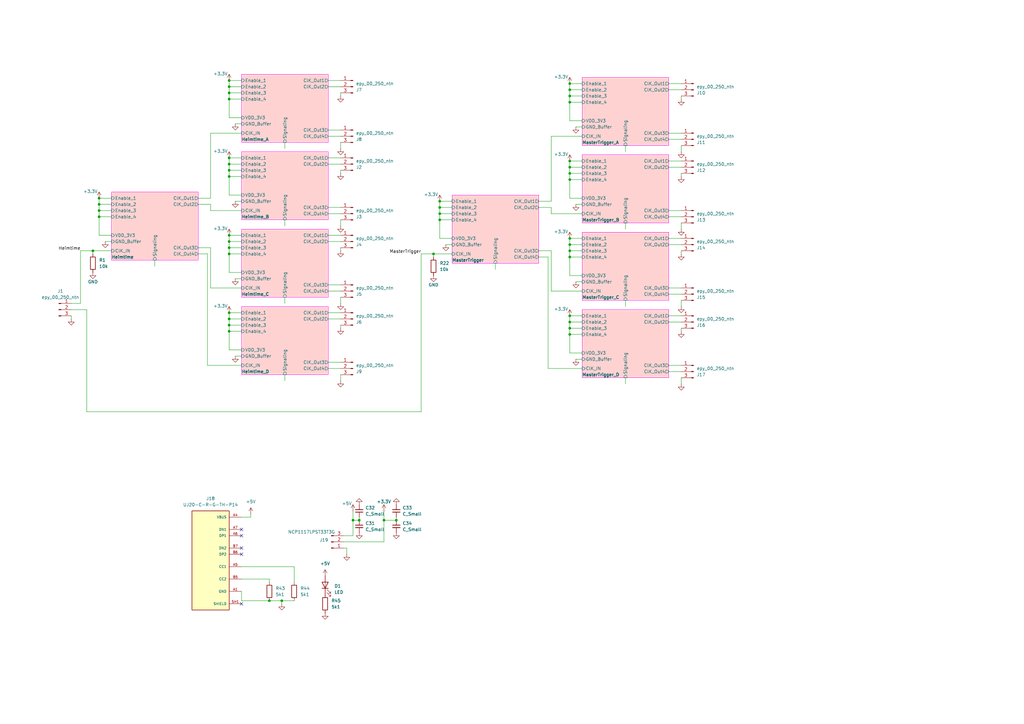
<source format=kicad_sch>
(kicad_sch (version 20250114) (generator "eeschema") (generator_version "9.0")
  (paper "A3")
  (title_block (title "16 Channels Clock Buffer") (date "2025-01-07") (rev "REV 0") (company "TU Darmstadt") (comment 1 "Author: Dr. Alexandru Enciu"))
  (lib_symbols
    (symbol "0_lib:UJ20-C-R-G-TH-P14" (pin_names (offset 1.016))
      (property "Reference" "J" (at -7.62 21.082 0))
      (property "Value" "UJ20-C-R-G-TH-P14" (at -7.62 -21.082 0))
      (symbol "UJ20-C-R-G-TH-P14_0_0"
        (rectangle (start -7.62 -20.32) (end 7.62 20.32) (stroke (width 0.254)) (fill (type background)))
        (pin power_in line (at 12.7 17.78 180) (length 5.08) (name "VBUS") (number "A4"))
        (pin power_in line (at 12.7 17.78 180) (length 5.08) (hide yes) (name "VBUS") (number "A9"))
        (pin power_in line (at 12.7 17.78 180) (length 5.08) (hide yes) (name "VBUS") (number "B4"))
        (pin power_in line (at 12.7 17.78 180) (length 5.08) (hide yes) (name "VBUS") (number "B9"))
        (pin passive line (at 12.7 12.7 180) (length 5.08) (name "DN1") (number "A7"))
        (pin passive line (at 12.7 10.16 180) (length 5.08) (name "DP1") (number "A6"))
        (pin passive line (at 12.7 5.08 180) (length 5.08) (name "DN2") (number "B7"))
        (pin passive line (at 12.7 2.54 180) (length 5.08) (name "DP2") (number "B6"))
        (pin passive line (at 12.7 -2.54 180) (length 5.08) (name "CC1") (number "A5"))
        (pin passive line (at 12.7 -7.62 180) (length 5.08) (name "CC2") (number "B5"))
        (pin power_in line (at 12.7 -12.7 180) (length 5.08) (name "GND") (number "A1"))
        (pin power_in line (at 12.7 -12.7 180) (length 5.08) (hide yes) (name "GND") (number "A12"))
        (pin power_in line (at 12.7 -12.7 180) (length 5.08) (hide yes) (name "GND") (number "B1"))
        (pin power_in line (at 12.7 -12.7 180) (length 5.08) (hide yes) (name "GND") (number "B12"))
        (pin passive line (at 12.7 -17.78 180) (length 5.08) (name "SHIELD") (number "SH1"))
        (pin passive line (at 12.7 -17.78 180) (length 5.08) (hide yes) (name "SHIELD") (number "SH2"))
        (pin passive line (at 12.7 -17.78 180) (length 5.08) (hide yes) (name "SHIELD") (number "SH3"))
        (pin passive line (at 12.7 -17.78 180) (length 5.08) (hide yes) (name "SHIELD") (number "SH4"))
      )
    )
    (symbol "Connector:Conn_01x03_Pin" (pin_names (offset 1.016) (hide yes))
      (property "Reference" "J" (at 0 5.08 0))
      (property "Value" "Conn_01x03_Pin" (at 0 -5.08 0))
      (symbol "Conn_01x03_Pin_1_1"
        (rectangle (start 0.8636 2.667) (end 0 2.413) (stroke (width 0.1524)) (fill (type outline)))
        (rectangle (start 0.8636 0.127) (end 0 -0.127) (stroke (width 0.1524)) (fill (type outline)))
        (rectangle (start 0.8636 -2.413) (end 0 -2.667) (stroke (width 0.1524)) (fill (type outline)))
        (polyline (pts (xy 1.27 2.54) (xy 0.8636 2.54)) (stroke (width 0.1524)))
        (polyline (pts (xy 1.27 0) (xy 0.8636 0)) (stroke (width 0.1524)))
        (polyline (pts (xy 1.27 -2.54) (xy 0.8636 -2.54)) (stroke (width 0.1524)))
        (pin passive line (at 5.08 2.54 180) (length 3.81) (name "Pin_1") (number "1"))
        (pin passive line (at 5.08 0 180) (length 3.81) (name "Pin_2") (number "2"))
        (pin passive line (at 5.08 -2.54 180) (length 3.81) (name "Pin_3") (number "3"))
      )
    )
    (symbol "Device:C_Small" (pin_numbers (hide yes)) (pin_names (offset 0.254) (hide yes))
      (property "Reference" "C" (at 0.254 1.778 0))
      (property "Value" "C_Small" (at 0.254 -2.032 0))
      (symbol "C_Small_0_1"
        (polyline (pts (xy -1.524 0.508) (xy 1.524 0.508)) (stroke (width 0.3048)))
        (polyline (pts (xy -1.524 -0.508) (xy 1.524 -0.508)) (stroke (width 0.3302)))
      )
      (symbol "C_Small_1_1"
        (pin passive line (at 0 2.54 270) (length 2.032) (name "~") (number "1"))
        (pin passive line (at 0 -2.54 90) (length 2.032) (name "~") (number "2"))
      )
    )
    (symbol "Device:LED" (pin_numbers (hide yes)) (pin_names (offset 1.016) (hide yes))
      (property "Reference" "D" (at 0 2.54 0))
      (property "Value" "LED" (at 0 -2.54 0))
      (symbol "LED_0_1"
        (polyline (pts (xy -3.048 -0.762) (xy -4.572 -2.286) (xy -3.81 -2.286) (xy -4.572 -2.286) (xy -4.572 -1.524)))
        (polyline (pts (xy -1.778 -0.762) (xy -3.302 -2.286) (xy -2.54 -2.286) (xy -3.302 -2.286) (xy -3.302 -1.524)))
        (polyline (pts (xy -1.27 0) (xy 1.27 0)))
        (polyline (pts (xy -1.27 -1.27) (xy -1.27 1.27)) (stroke (width 0.254)))
        (polyline (pts (xy 1.27 -1.27) (xy 1.27 1.27) (xy -1.27 0) (xy 1.27 -1.27)) (stroke (width 0.254)))
      )
      (symbol "LED_1_1"
        (pin passive line (at -3.81 0 0) (length 2.54) (name "K") (number "1"))
        (pin passive line (at 3.81 0 180) (length 2.54) (name "A") (number "2"))
      )
    )
    (symbol "Device:R" (pin_numbers (hide yes)) (pin_names (offset 0))
      (property "Reference" "R" (at 2.032 0 90))
      (property "Value" "R" (at 0 0 90))
      (symbol "R_0_1"
        (rectangle (start -1.016 -2.54) (end 1.016 2.54) (stroke (width 0.254)))
      )
      (symbol "R_1_1"
        (pin passive line (at 0 3.81 270) (length 1.27) (name "~") (number "1"))
        (pin passive line (at 0 -3.81 90) (length 1.27) (name "~") (number "2"))
      )
    )
    (symbol "power:+3.3V" (power) (pin_numbers (hide yes)) (pin_names (offset 0) (hide yes))
      (property "Value" "+3.3V" (at 0 3.556 0))
      (symbol "+3.3V_0_1"
        (polyline (pts (xy -0.762 1.27) (xy 0 2.54)))
        (polyline (pts (xy 0 2.54) (xy 0.762 1.27)))
        (polyline (pts (xy 0 0) (xy 0 2.54)))
      )
      (symbol "+3.3V_1_1"
        (pin power_in line (at 0 0 90) (length 0) (name "~") (number "1"))
      )
    )
    (symbol "power:+5V" (power) (pin_numbers (hide yes)) (pin_names (offset 0) (hide yes))
      (property "Value" "+5V" (at 0 3.556 0))
      (symbol "+5V_0_1"
        (polyline (pts (xy -0.762 1.27) (xy 0 2.54)))
        (polyline (pts (xy 0 2.54) (xy 0.762 1.27)))
        (polyline (pts (xy 0 0) (xy 0 2.54)))
      )
      (symbol "+5V_1_1"
        (pin power_in line (at 0 0 90) (length 0) (name "~") (number "1"))
      )
    )
    (symbol "power:GND" (power) (pin_numbers (hide yes)) (pin_names (offset 0) (hide yes))
      (property "Value" "GND" (at 0 -3.81 0))
      (symbol "GND_0_1"
        (polyline (pts (xy 0 0) (xy 0 -1.27) (xy 1.27 -1.27) (xy 0 -2.54) (xy -1.27 -1.27) (xy 0 -1.27)))
      )
      (symbol "GND_1_1"
        (pin power_in line (at 0 0 270) (length 0) (name "~") (number "1"))
      )
    )
  )
  (junction (at 180.34 87.63))
  (junction (at 93.98 96.52))
  (junction (at 93.98 99.06))
  (junction (at 162.56 213.36))
  (junction (at 93.98 35.56))
  (junction (at 40.64 88.9))
  (junction (at 93.98 130.81))
  (junction (at 233.68 71.12))
  (junction (at 93.98 69.85))
  (junction (at 233.68 68.58))
  (junction (at 40.64 83.82))
  (junction (at 144.78 213.36))
  (junction (at 233.68 129.54))
  (junction (at 233.68 105.41))
  (junction (at 93.98 104.14))
  (junction (at 233.68 102.87))
  (junction (at 180.34 90.17))
  (junction (at 233.68 36.83))
  (junction (at 233.68 134.62))
  (junction (at 233.68 34.29))
  (junction (at 233.68 39.37))
  (junction (at 93.98 101.6))
  (junction (at 233.68 100.33))
  (junction (at 40.64 86.36))
  (junction (at 115.57 246.38))
  (junction (at 233.68 41.91))
  (junction (at 233.68 97.79))
  (junction (at 93.98 128.27))
  (junction (at 93.98 72.39))
  (junction (at 93.98 40.64))
  (junction (at 40.64 81.28))
  (junction (at 38.1 102.87))
  (junction (at 93.98 67.31))
  (junction (at 233.68 132.08))
  (junction (at 233.68 66.04))
  (junction (at 93.98 133.35))
  (junction (at 177.8 104.14))
  (junction (at 93.98 38.1))
  (junction (at 110.49 246.38))
  (junction (at 93.98 64.77))
  (junction (at 93.98 135.89))
  (junction (at 93.98 33.02))
  (junction (at 180.34 85.09))
  (junction (at 147.32 213.36))
  (junction (at 233.68 137.16))
  (junction (at 180.34 82.55))
  (junction (at 233.68 73.66))
  (junction (at 157.48 213.36))
  (no_connect (at 99.06 247.65))
  (no_connect (at 99.06 217.17))
  (no_connect (at 99.06 219.71))
  (no_connect (at 99.06 227.33))
  (no_connect (at 99.06 224.79))
  (wire (pts (xy 96.52 146.05) (xy 99.06 146.05)))
  (wire (pts (xy 233.68 97.79) (xy 233.68 100.33)))
  (wire (pts (xy 85.09 149.86) (xy 99.06 149.86)))
  (wire (pts (xy 86.36 81.28) (xy 86.36 54.61)))
  (wire (pts (xy 99.06 246.38) (xy 110.49 246.38)))
  (wire (pts (xy 116.84 90.17) (xy 116.84 92.71)))
  (wire (pts (xy 233.68 137.16) (xy 233.68 144.78)))
  (wire (pts (xy 99.06 242.57) (xy 99.06 246.38)))
  (wire (pts (xy 233.68 41.91) (xy 233.68 49.53)))
  (wire (pts (xy 233.68 102.87) (xy 233.68 105.41)))
  (wire (pts (xy 45.72 81.28) (xy 40.64 81.28)))
  (wire (pts (xy 99.06 38.1) (xy 93.98 38.1)))
  (wire (pts (xy 142.24 224.79) (xy 140.97 224.79)))
  (wire (pts (xy 224.79 151.13) (xy 238.76 151.13)))
  (wire (pts (xy 93.98 38.1) (xy 93.98 40.64)))
  (wire (pts (xy 233.68 39.37) (xy 233.68 41.91)))
  (wire (pts (xy 238.76 102.87) (xy 233.68 102.87)))
  (wire (pts (xy 172.72 104.14) (xy 177.8 104.14)))
  (wire (pts (xy 99.06 130.81) (xy 93.98 130.81)))
  (wire (pts (xy 144.78 209.55) (xy 144.78 213.36)))
  (wire (pts (xy 120.65 232.41) (xy 120.65 238.76)))
  (wire (pts (xy 238.76 97.79) (xy 233.68 97.79)))
  (wire (pts (xy 233.68 73.66) (xy 233.68 81.28)))
  (wire (pts (xy 116.84 58.42) (xy 116.84 60.96)))
  (wire (pts (xy 99.06 72.39) (xy 93.98 72.39)))
  (wire (pts (xy 93.98 40.64) (xy 93.98 48.26)))
  (wire (pts (xy 96.52 114.3) (xy 99.06 114.3)))
  (wire (pts (xy 33.02 102.87) (xy 38.1 102.87)))
  (wire (pts (xy 238.76 34.29) (xy 233.68 34.29)))
  (wire (pts (xy 115.57 246.38) (xy 120.65 246.38)))
  (wire (pts (xy 93.98 35.56) (xy 93.98 38.1)))
  (wire (pts (xy 279.4 102.87) (xy 279.4 104.14)))
  (wire (pts (xy 45.72 83.82) (xy 40.64 83.82)))
  (wire (pts (xy 134.62 64.77) (xy 139.7 64.77)))
  (wire (pts (xy 93.98 101.6) (xy 93.98 104.14)))
  (wire (pts (xy 274.32 129.54) (xy 279.4 129.54)))
  (wire (pts (xy 81.28 81.28) (xy 86.36 81.28)))
  (wire (pts (xy 134.62 55.88) (xy 139.7 55.88)))
  (wire (pts (xy 99.06 212.09) (xy 102.87 212.09)))
  (wire (pts (xy 185.42 82.55) (xy 180.34 82.55)))
  (wire (pts (xy 256.54 91.44) (xy 256.54 93.98)))
  (wire (pts (xy 93.98 111.76) (xy 99.06 111.76)))
  (wire (pts (xy 35.56 127) (xy 35.56 168.91)))
  (wire (pts (xy 115.57 246.38) (xy 115.57 247.65)))
  (wire (pts (xy 233.68 134.62) (xy 233.68 137.16)))
  (wire (pts (xy 279.4 59.69) (xy 279.4 62.23)))
  (wire (pts (xy 182.88 100.33) (xy 185.42 100.33)))
  (wire (pts (xy 157.48 213.36) (xy 162.56 213.36)))
  (wire (pts (xy 29.21 124.46) (xy 33.02 124.46)))
  (wire (pts (xy 236.22 52.07) (xy 238.76 52.07)))
  (wire (pts (xy 45.72 88.9) (xy 40.64 88.9)))
  (wire (pts (xy 33.02 124.46) (xy 33.02 102.87)))
  (wire (pts (xy 233.68 129.54) (xy 233.68 132.08)))
  (wire (pts (xy 220.98 105.41) (xy 224.79 105.41)))
  (wire (pts (xy 185.42 90.17) (xy 180.34 90.17)))
  (wire (pts (xy 238.76 137.16) (xy 233.68 137.16)))
  (wire (pts (xy 139.7 101.6) (xy 139.7 102.87)))
  (wire (pts (xy 140.97 222.25) (xy 157.48 222.25)))
  (wire (pts (xy 236.22 115.57) (xy 238.76 115.57)))
  (wire (pts (xy 93.98 135.89) (xy 93.98 143.51)))
  (wire (pts (xy 99.06 33.02) (xy 93.98 33.02)))
  (wire (pts (xy 99.06 133.35) (xy 93.98 133.35)))
  (wire (pts (xy 180.34 87.63) (xy 180.34 90.17)))
  (wire (pts (xy 185.42 87.63) (xy 180.34 87.63)))
  (wire (pts (xy 279.4 123.19) (xy 279.4 125.73)))
  (wire (pts (xy 93.98 67.31) (xy 93.98 69.85)))
  (wire (pts (xy 226.06 87.63) (xy 238.76 87.63)))
  (wire (pts (xy 220.98 82.55) (xy 226.06 82.55)))
  (wire (pts (xy 233.68 144.78) (xy 238.76 144.78)))
  (wire (pts (xy 274.32 68.58) (xy 279.4 68.58)))
  (wire (pts (xy 93.98 72.39) (xy 93.98 80.01)))
  (wire (pts (xy 274.32 57.15) (xy 279.4 57.15)))
  (wire (pts (xy 93.98 69.85) (xy 93.98 72.39)))
  (wire (pts (xy 180.34 90.17) (xy 180.34 97.79)))
  (wire (pts (xy 40.64 96.52) (xy 45.72 96.52)))
  (wire (pts (xy 226.06 55.88) (xy 238.76 55.88)))
  (wire (pts (xy 238.76 105.41) (xy 233.68 105.41)))
  (wire (pts (xy 86.36 118.11) (xy 99.06 118.11)))
  (wire (pts (xy 233.68 66.04) (xy 233.68 68.58)))
  (wire (pts (xy 86.36 86.36) (xy 99.06 86.36)))
  (wire (pts (xy 226.06 119.38) (xy 238.76 119.38)))
  (wire (pts (xy 134.62 53.34) (xy 139.7 53.34)))
  (wire (pts (xy 274.32 86.36) (xy 279.4 86.36)))
  (wire (pts (xy 81.28 104.14) (xy 85.09 104.14)))
  (wire (pts (xy 99.06 99.06) (xy 93.98 99.06)))
  (wire (pts (xy 274.32 100.33) (xy 279.4 100.33)))
  (wire (pts (xy 185.42 85.09) (xy 180.34 85.09)))
  (wire (pts (xy 139.7 58.42) (xy 139.7 60.96)))
  (wire (pts (xy 238.76 73.66) (xy 233.68 73.66)))
  (wire (pts (xy 236.22 83.82) (xy 238.76 83.82)))
  (wire (pts (xy 96.52 50.8) (xy 99.06 50.8)))
  (wire (pts (xy 226.06 85.09) (xy 226.06 87.63)))
  (wire (pts (xy 134.62 119.38) (xy 139.7 119.38)))
  (wire (pts (xy 233.68 132.08) (xy 233.68 134.62)))
  (wire (pts (xy 220.98 85.09) (xy 226.06 85.09)))
  (wire (pts (xy 86.36 83.82) (xy 86.36 86.36)))
  (wire (pts (xy 274.32 54.61) (xy 279.4 54.61)))
  (wire (pts (xy 40.64 86.36) (xy 40.64 88.9)))
  (wire (pts (xy 38.1 102.87) (xy 45.72 102.87)))
  (wire (pts (xy 238.76 71.12) (xy 233.68 71.12)))
  (wire (pts (xy 110.49 237.49) (xy 110.49 238.76)))
  (wire (pts (xy 43.18 99.06) (xy 45.72 99.06)))
  (wire (pts (xy 40.64 83.82) (xy 40.64 86.36)))
  (wire (pts (xy 99.06 101.6) (xy 93.98 101.6)))
  (wire (pts (xy 162.56 212.09) (xy 162.56 213.36)))
  (wire (pts (xy 256.54 123.19) (xy 256.54 125.73)))
  (wire (pts (xy 93.98 128.27) (xy 93.98 130.81)))
  (wire (pts (xy 93.98 80.01) (xy 99.06 80.01)))
  (wire (pts (xy 99.06 67.31) (xy 93.98 67.31)))
  (wire (pts (xy 238.76 66.04) (xy 233.68 66.04)))
  (wire (pts (xy 180.34 85.09) (xy 180.34 87.63)))
  (wire (pts (xy 86.36 101.6) (xy 86.36 118.11)))
  (wire (pts (xy 116.84 121.92) (xy 116.84 124.46)))
  (wire (pts (xy 279.4 134.62) (xy 279.4 135.89)))
  (wire (pts (xy 157.48 209.55) (xy 157.48 213.36)))
  (wire (pts (xy 35.56 168.91) (xy 172.72 168.91)))
  (wire (pts (xy 134.62 96.52) (xy 139.7 96.52)))
  (wire (pts (xy 274.32 97.79) (xy 279.4 97.79)))
  (wire (pts (xy 99.06 35.56) (xy 93.98 35.56)))
  (wire (pts (xy 93.98 104.14) (xy 93.98 111.76)))
  (wire (pts (xy 233.68 49.53) (xy 238.76 49.53)))
  (wire (pts (xy 233.68 81.28) (xy 238.76 81.28)))
  (wire (pts (xy 134.62 128.27) (xy 139.7 128.27)))
  (wire (pts (xy 134.62 85.09) (xy 139.7 85.09)))
  (wire (pts (xy 81.28 101.6) (xy 86.36 101.6)))
  (wire (pts (xy 140.97 219.71) (xy 144.78 219.71)))
  (wire (pts (xy 274.32 152.4) (xy 279.4 152.4)))
  (wire (pts (xy 274.32 36.83) (xy 279.4 36.83)))
  (wire (pts (xy 99.06 64.77) (xy 93.98 64.77)))
  (wire (pts (xy 177.8 104.14) (xy 177.8 105.41)))
  (wire (pts (xy 139.7 69.85) (xy 139.7 71.12)))
  (wire (pts (xy 279.4 91.44) (xy 279.4 93.98)))
  (wire (pts (xy 93.98 64.77) (xy 93.98 67.31)))
  (wire (pts (xy 274.32 120.65) (xy 279.4 120.65)))
  (wire (pts (xy 139.7 90.17) (xy 139.7 92.71)))
  (wire (pts (xy 139.7 133.35) (xy 139.7 134.62)))
  (wire (pts (xy 233.68 68.58) (xy 233.68 71.12)))
  (wire (pts (xy 134.62 99.06) (xy 139.7 99.06)))
  (wire (pts (xy 81.28 83.82) (xy 86.36 83.82)))
  (wire (pts (xy 274.32 118.11) (xy 279.4 118.11)))
  (wire (pts (xy 99.06 237.49) (xy 110.49 237.49)))
  (wire (pts (xy 134.62 151.13) (xy 139.7 151.13)))
  (wire (pts (xy 238.76 41.91) (xy 233.68 41.91)))
  (wire (pts (xy 63.5 106.68) (xy 63.5 109.22)))
  (wire (pts (xy 29.21 127) (xy 35.56 127)))
  (wire (pts (xy 134.62 116.84) (xy 139.7 116.84)))
  (wire (pts (xy 99.06 128.27) (xy 93.98 128.27)))
  (wire (pts (xy 29.21 129.54) (xy 29.21 130.81)))
  (wire (pts (xy 177.8 104.14) (xy 185.42 104.14)))
  (wire (pts (xy 86.36 54.61) (xy 99.06 54.61)))
  (wire (pts (xy 99.06 69.85) (xy 93.98 69.85)))
  (wire (pts (xy 85.09 104.14) (xy 85.09 149.86)))
  (wire (pts (xy 134.62 33.02) (xy 139.7 33.02)))
  (wire (pts (xy 93.98 143.51) (xy 99.06 143.51)))
  (wire (pts (xy 93.98 133.35) (xy 93.98 135.89)))
  (wire (pts (xy 142.24 224.79) (xy 142.24 227.33)))
  (wire (pts (xy 274.32 132.08) (xy 279.4 132.08)))
  (wire (pts (xy 144.78 213.36) (xy 144.78 219.71)))
  (wire (pts (xy 256.54 59.69) (xy 256.54 62.23)))
  (wire (pts (xy 40.64 81.28) (xy 40.64 83.82)))
  (wire (pts (xy 45.72 86.36) (xy 40.64 86.36)))
  (wire (pts (xy 233.68 34.29) (xy 233.68 36.83)))
  (wire (pts (xy 99.06 135.89) (xy 93.98 135.89)))
  (wire (pts (xy 93.98 96.52) (xy 93.98 99.06)))
  (wire (pts (xy 180.34 97.79) (xy 185.42 97.79)))
  (wire (pts (xy 238.76 39.37) (xy 233.68 39.37)))
  (wire (pts (xy 226.06 102.87) (xy 226.06 119.38)))
  (wire (pts (xy 93.98 99.06) (xy 93.98 101.6)))
  (wire (pts (xy 116.84 153.67) (xy 116.84 156.21)))
  (wire (pts (xy 233.68 105.41) (xy 233.68 113.03)))
  (wire (pts (xy 274.32 66.04) (xy 279.4 66.04)))
  (wire (pts (xy 144.78 213.36) (xy 147.32 213.36)))
  (wire (pts (xy 102.87 212.09) (xy 102.87 210.82)))
  (wire (pts (xy 203.2 107.95) (xy 203.2 110.49)))
  (wire (pts (xy 139.7 121.92) (xy 139.7 124.46)))
  (wire (pts (xy 220.98 102.87) (xy 226.06 102.87)))
  (wire (pts (xy 139.7 153.67) (xy 139.7 156.21)))
  (wire (pts (xy 134.62 35.56) (xy 139.7 35.56)))
  (wire (pts (xy 238.76 68.58) (xy 233.68 68.58)))
  (wire (pts (xy 233.68 113.03) (xy 238.76 113.03)))
  (wire (pts (xy 93.98 48.26) (xy 99.06 48.26)))
  (wire (pts (xy 99.06 40.64) (xy 93.98 40.64)))
  (wire (pts (xy 99.06 96.52) (xy 93.98 96.52)))
  (wire (pts (xy 134.62 67.31) (xy 139.7 67.31)))
  (wire (pts (xy 180.34 82.55) (xy 180.34 85.09)))
  (wire (pts (xy 238.76 134.62) (xy 233.68 134.62)))
  (wire (pts (xy 238.76 100.33) (xy 233.68 100.33)))
  (wire (pts (xy 147.32 212.09) (xy 147.32 213.36)))
  (wire (pts (xy 139.7 38.1) (xy 139.7 39.37)))
  (wire (pts (xy 238.76 36.83) (xy 233.68 36.83)))
  (wire (pts (xy 236.22 147.32) (xy 238.76 147.32)))
  (wire (pts (xy 279.4 39.37) (xy 279.4 40.64)))
  (wire (pts (xy 224.79 105.41) (xy 224.79 151.13)))
  (wire (pts (xy 172.72 168.91) (xy 172.72 104.14)))
  (wire (pts (xy 99.06 232.41) (xy 120.65 232.41)))
  (wire (pts (xy 93.98 33.02) (xy 93.98 35.56)))
  (wire (pts (xy 279.4 71.12) (xy 279.4 72.39)))
  (wire (pts (xy 233.68 100.33) (xy 233.68 102.87)))
  (wire (pts (xy 274.32 88.9) (xy 279.4 88.9)))
  (wire (pts (xy 93.98 130.81) (xy 93.98 133.35)))
  (wire (pts (xy 274.32 149.86) (xy 279.4 149.86)))
  (wire (pts (xy 226.06 82.55) (xy 226.06 55.88)))
  (wire (pts (xy 233.68 71.12) (xy 233.68 73.66)))
  (wire (pts (xy 96.52 82.55) (xy 99.06 82.55)))
  (wire (pts (xy 38.1 102.87) (xy 38.1 104.14)))
  (wire (pts (xy 134.62 87.63) (xy 139.7 87.63)))
  (wire (pts (xy 279.4 154.94) (xy 279.4 157.48)))
  (wire (pts (xy 256.54 154.94) (xy 256.54 157.48)))
  (wire (pts (xy 134.62 130.81) (xy 139.7 130.81)))
  (wire (pts (xy 134.62 148.59) (xy 139.7 148.59)))
  (wire (pts (xy 238.76 129.54) (xy 233.68 129.54)))
  (wire (pts (xy 274.32 34.29) (xy 279.4 34.29)))
  (wire (pts (xy 157.48 213.36) (xy 157.48 222.25)))
  (wire (pts (xy 233.68 36.83) (xy 233.68 39.37)))
  (wire (pts (xy 99.06 104.14) (xy 93.98 104.14)))
  (wire (pts (xy 40.64 88.9) (xy 40.64 96.52)))
  (wire (pts (xy 110.49 246.38) (xy 115.57 246.38)))
  (wire (pts (xy 238.76 132.08) (xy 233.68 132.08)))
  (label "MasterTrigger" (at 172.72 104.14 180))
  (label "Heimtime" (at 33.02 102.87 180))
  (symbol (lib_id "Connector:Conn_01x03_Pin") (at 24.13 127 0) (unit 1)
    (property "Reference" "J1" (at 24.765 119.38 0))
    (property "Value" "epy_00_250_ntn" (at 24.765 121.92 0))
    (property "Footprint" "0_lib:LEMO-EPY.00.250.NTN" (effects (hide yes)))
    (property "Description" "Generic connector, single row, 01x03, script generated" (effects (hide yes)))
  )
  (symbol (lib_id "power:GND") (at 279.4 40.64 0) (unit 1)
    (property "Reference" "#PWR044" (effects (hide yes)))
    (property "Value" "GND" (effects (hide yes)))
    (property "Description" "Power symbol creates a global label with name \"GND\" , ground" (effects (hide yes)))
  )
  (symbol (lib_id "power:GND") (at 115.57 247.65 0) (unit 1)
    (property "Reference" "#PWR070" (effects (hide yes)))
    (property "Value" "GND" (effects (hide yes)))
    (property "Description" "Power symbol creates a global label with name \"GND\" , ground" (effects (hide yes)))
  )
  (symbol (lib_id "Connector:Conn_01x03_Pin") (at 284.48 36.83 0) (mirror y) (unit 1)
    (property "Reference" "J10" (at 285.75 38.1001 0) (effects (justify right)))
    (property "Value" "epy_00_250_ntn" (at 285.75 35.5601 0) (effects (justify right)))
    (property "Footprint" "0_lib:LEMO-EPY.00.250.NTN" (effects (hide yes)))
    (property "Description" "Generic connector, single row, 01x03, script generated" (effects (hide yes)))
  )
  (symbol (lib_id "power:GND") (at 133.35 251.46 0) (unit 1)
    (property "Reference" "#PWR079" (effects (hide yes)))
    (property "Value" "GND" (effects (hide yes)))
    (property "Description" "Power symbol creates a global label with name \"GND\" , ground" (effects (hide yes)))
  )
  (symbol (lib_id "Connector:Conn_01x03_Pin") (at 144.78 151.13 0) (mirror y) (unit 1)
    (property "Reference" "J9" (at 146.05 152.4001 0) (effects (justify right)))
    (property "Value" "epy_00_250_ntn" (at 146.05 149.8601 0) (effects (justify right)))
    (property "Footprint" "0_lib:LEMO-EPY.00.250.NTN" (effects (hide yes)))
    (property "Description" "Generic connector, single row, 01x03, script generated" (effects (hide yes)))
  )
  (symbol (lib_id "power:+3.3V") (at 40.64 81.28 0) (unit 1)
    (property "Reference" "#PWR04" (effects (hide yes)))
    (property "Value" "+3.3V" (at 37.084 78.486 0))
    (property "Description" "Power symbol creates a global label with name \"+3.3V\"" (effects (hide yes)))
  )
  (symbol (lib_id "power:GND") (at 139.7 71.12 0) (unit 1)
    (property "Reference" "#PWR014" (effects (hide yes)))
    (property "Value" "GND" (effects (hide yes)))
    (property "Description" "Power symbol creates a global label with name \"GND\" , ground" (effects (hide yes)))
  )
  (symbol (lib_id "power:+3.3V") (at 233.68 34.29 0) (unit 1)
    (property "Reference" "#PWR036" (effects (hide yes)))
    (property "Value" "+3.3V" (at 230.124 31.496 0))
    (property "Description" "Power symbol creates a global label with name \"+3.3V\"" (effects (hide yes)))
  )
  (symbol (lib_id "Device:C_Small") (at 162.56 215.9 0) (unit 1)
    (property "Reference" "C34" (at 165.1 214.6362 0) (effects (justify left)))
    (property "Value" "C_Small" (at 165.1 217.1762 0) (effects (justify left)))
    (property "Footprint" "Capacitor_SMD:C_0805_2012Metric" (effects (hide yes)))
    (property "Description" "Unpolarized capacitor, small symbol" (effects (hide yes)))
  )
  (symbol (lib_id "Device:R") (at 120.65 242.57 0) (unit 1)
    (property "Reference" "R44" (at 123.19 241.2999 0) (effects (justify left)))
    (property "Value" "5k1" (at 123.19 243.8399 0) (effects (justify left)))
    (property "Footprint" "Resistor_SMD:R_0402_1005Metric" (effects (hide yes)))
    (property "Description" "Resistor" (effects (hide yes)))
  )
  (symbol (lib_id "Device:LED") (at 133.35 240.03 90) (unit 1)
    (property "Reference" "D1" (at 137.16 240.3474 90) (effects (justify right)))
    (property "Value" "LED" (at 137.16 242.8874 90) (effects (justify right)))
    (property "Footprint" "LED_THT:LED_D5.0mm" (effects (hide yes)))
    (property "Description" "Light emitting diode" (effects (hide yes)))
    (property "Sim.Pins" "1=K 2=A" (effects (hide yes)))
  )
  (symbol (lib_id "power:GND") (at 139.7 102.87 0) (unit 1)
    (property "Reference" "#PWR021" (effects (hide yes)))
    (property "Value" "GND" (effects (hide yes)))
    (property "Description" "Power symbol creates a global label with name \"GND\" , ground" (effects (hide yes)))
  )
  (symbol (lib_id "Device:R") (at 133.35 247.65 0) (unit 1)
    (property "Reference" "R45" (at 135.89 246.3799 0) (effects (justify left)))
    (property "Value" "5k1" (at 135.89 248.9199 0) (effects (justify left)))
    (property "Footprint" "Resistor_SMD:R_0402_1005Metric" (effects (hide yes)))
    (property "Description" "Resistor" (effects (hide yes)))
  )
  (symbol (lib_id "power:GND") (at 147.32 207.01 180) (unit 1)
    (property "Reference" "#PWR076" (effects (hide yes)))
    (property "Value" "GND" (effects (hide yes)))
    (property "Description" "Power symbol creates a global label with name \"GND\" , ground" (effects (hide yes)))
  )
  (symbol (lib_id "power:GND") (at 279.4 93.98 0) (unit 1)
    (property "Reference" "#PWR050" (effects (hide yes)))
    (property "Value" "GND" (effects (hide yes)))
    (property "Description" "Power symbol creates a global label with name \"GND\" , ground" (effects (hide yes)))
  )
  (symbol (lib_id "power:GND") (at 236.22 83.82 0) (unit 1)
    (property "Reference" "#PWR041" (effects (hide yes)))
    (property "Value" "GND" (effects (hide yes)))
    (property "Description" "Power symbol creates a global label with name \"GND\" , ground" (effects (hide yes)))
  )
  (symbol (lib_id "power:+3.3V") (at 233.68 97.79 0) (unit 1)
    (property "Reference" "#PWR038" (effects (hide yes)))
    (property "Value" "+3.3V" (at 230.124 94.996 0))
    (property "Description" "Power symbol creates a global label with name \"+3.3V\"" (effects (hide yes)))
  )
  (symbol (lib_id "power:+3.3V") (at 93.98 33.02 0) (unit 1)
    (property "Reference" "#PWR03" (effects (hide yes)))
    (property "Value" "+3.3V" (at 90.424 30.226 0))
    (property "Description" "Power symbol creates a global label with name \"+3.3V\"" (effects (hide yes)))
  )
  (symbol (lib_id "power:GND") (at 139.7 60.96 0) (unit 1)
    (property "Reference" "#PWR011" (effects (hide yes)))
    (property "Value" "GND" (effects (hide yes)))
    (property "Description" "Power symbol creates a global label with name \"GND\" , ground" (effects (hide yes)))
  )
  (symbol (lib_id "power:GND") (at 147.32 218.44 0) (unit 1)
    (property "Reference" "#PWR075" (effects (hide yes)))
    (property "Value" "GND" (effects (hide yes)))
    (property "Description" "Power symbol creates a global label with name \"GND\" , ground" (effects (hide yes)))
  )
  (symbol (lib_id "power:GND") (at 236.22 115.57 0) (unit 1)
    (property "Reference" "#PWR042" (effects (hide yes)))
    (property "Value" "GND" (effects (hide yes)))
    (property "Description" "Power symbol creates a global label with name \"GND\" , ground" (effects (hide yes)))
  )
  (symbol (lib_id "power:GND") (at 177.8 113.03 0) (unit 1)
    (property "Reference" "#PWR033" (effects (hide yes)))
    (property "Value" "GND" (at 177.8 116.84 0))
    (property "Description" "Power symbol creates a global label with name \"GND\" , ground" (effects (hide yes)))
  )
  (symbol (lib_id "power:+3.3V") (at 233.68 129.54 0) (unit 1)
    (property "Reference" "#PWR039" (effects (hide yes)))
    (property "Value" "+3.3V" (at 230.124 126.746 0))
    (property "Description" "Power symbol creates a global label with name \"+3.3V\"" (effects (hide yes)))
  )
  (symbol (lib_id "power:GND") (at 139.7 134.62 0) (unit 1)
    (property "Reference" "#PWR028" (effects (hide yes)))
    (property "Value" "GND" (effects (hide yes)))
    (property "Description" "Power symbol creates a global label with name \"GND\" , ground" (effects (hide yes)))
  )
  (symbol (lib_id "power:GND") (at 162.56 218.44 0) (unit 1)
    (property "Reference" "#PWR077" (effects (hide yes)))
    (property "Value" "GND" (effects (hide yes)))
    (property "Description" "Power symbol creates a global label with name \"GND\" , ground" (effects (hide yes)))
  )
  (symbol (lib_id "power:GND") (at 139.7 39.37 0) (unit 1)
    (property "Reference" "#PWR010" (effects (hide yes)))
    (property "Value" "GND" (effects (hide yes)))
    (property "Description" "Power symbol creates a global label with name \"GND\" , ground" (effects (hide yes)))
  )
  (symbol (lib_id "power:GND") (at 279.4 125.73 0) (unit 1)
    (property "Reference" "#PWR052" (effects (hide yes)))
    (property "Value" "GND" (effects (hide yes)))
    (property "Description" "Power symbol creates a global label with name \"GND\" , ground" (effects (hide yes)))
  )
  (symbol (lib_id "Connector:Conn_01x03_Pin") (at 284.48 100.33 0) (mirror y) (unit 1)
    (property "Reference" "J14" (at 285.75 101.6001 0) (effects (justify right)))
    (property "Value" "epy_00_250_ntn" (at 285.75 99.0601 0) (effects (justify right)))
    (property "Footprint" "0_lib:LEMO-EPY.00.250.NTN" (effects (hide yes)))
    (property "Description" "Generic connector, single row, 01x03, script generated" (effects (hide yes)))
  )
  (symbol (lib_id "Connector:Conn_01x03_Pin") (at 284.48 68.58 0) (mirror y) (unit 1)
    (property "Reference" "J12" (at 285.75 69.8501 0) (effects (justify right)))
    (property "Value" "epy_00_250_ntn" (at 285.75 67.3101 0) (effects (justify right)))
    (property "Footprint" "0_lib:LEMO-EPY.00.250.NTN" (effects (hide yes)))
    (property "Description" "Generic connector, single row, 01x03, script generated" (effects (hide yes)))
  )
  (symbol (lib_id "Connector:Conn_01x03_Pin") (at 144.78 55.88 0) (mirror y) (unit 1)
    (property "Reference" "J8" (at 146.05 57.1501 0) (effects (justify right)))
    (property "Value" "epy_00_250_ntn" (at 146.05 54.6101 0) (effects (justify right)))
    (property "Footprint" "0_lib:LEMO-EPY.00.250.NTN" (effects (hide yes)))
    (property "Description" "Generic connector, single row, 01x03, script generated" (effects (hide yes)))
  )
  (symbol (lib_id "Device:C_Small") (at 147.32 215.9 0) (unit 1)
    (property "Reference" "C31" (at 149.86 214.6362 0) (effects (justify left)))
    (property "Value" "C_Small" (at 149.86 217.1762 0) (effects (justify left)))
    (property "Footprint" "Capacitor_SMD:C_0805_2012Metric" (effects (hide yes)))
    (property "Description" "Unpolarized capacitor, small symbol" (effects (hide yes)))
  )
  (symbol (lib_id "power:+3.3V") (at 93.98 96.52 0) (unit 1)
    (property "Reference" "#PWR019" (effects (hide yes)))
    (property "Value" "+3.3V" (at 90.424 93.726 0))
    (property "Description" "Power symbol creates a global label with name \"+3.3V\"" (effects (hide yes)))
  )
  (symbol (lib_id "power:GND") (at 96.52 114.3 0) (unit 1)
    (property "Reference" "#PWR020" (effects (hide yes)))
    (property "Value" "GND" (effects (hide yes)))
    (property "Description" "Power symbol creates a global label with name \"GND\" , ground" (effects (hide yes)))
  )
  (symbol (lib_id "Device:C_Small") (at 147.32 209.55 180) (unit 1)
    (property "Reference" "C32" (at 149.86 208.2735 0) (effects (justify right)))
    (property "Value" "C_Small" (at 149.86 210.8135 0) (effects (justify right)))
    (property "Footprint" "Capacitor_SMD:C_0805_2012Metric" (effects (hide yes)))
    (property "Description" "Unpolarized capacitor, small symbol" (effects (hide yes)))
  )
  (symbol (lib_id "power:GND") (at 43.18 99.06 0) (unit 1)
    (property "Reference" "#PWR05" (effects (hide yes)))
    (property "Value" "GND" (effects (hide yes)))
    (property "Description" "Power symbol creates a global label with name \"GND\" , ground" (effects (hide yes)))
  )
  (symbol (lib_id "Connector:Conn_01x03_Pin") (at 144.78 130.81 0) (mirror y) (unit 1)
    (property "Reference" "J6" (at 146.05 132.0801 0) (effects (justify right)))
    (property "Value" "epy_00_250_ntn" (at 146.05 129.5401 0) (effects (justify right)))
    (property "Footprint" "0_lib:LEMO-EPY.00.250.NTN" (effects (hide yes)))
    (property "Description" "Generic connector, single row, 01x03, script generated" (effects (hide yes)))
  )
  (symbol (lib_id "power:+5V") (at 133.35 236.22 0) (unit 1)
    (property "Reference" "#PWR080" (effects (hide yes)))
    (property "Value" "+5V" (at 133.35 231.14 0))
    (property "Description" "Power symbol creates a global label with name \"+5V\"" (effects (hide yes)))
  )
  (symbol (lib_id "power:+5V") (at 102.87 210.82 0) (unit 1)
    (property "Reference" "#PWR071" (effects (hide yes)))
    (property "Value" "+5V" (at 102.87 205.74 0))
    (property "Description" "Power symbol creates a global label with name \"+5V\"" (effects (hide yes)))
  )
  (symbol (lib_id "Connector:Conn_01x03_Pin") (at 135.89 222.25 0) (mirror x) (unit 1)
    (property "Reference" "J19" (at 132.842 221.488 0))
    (property "Value" "NCP1117LPST33T3G" (at 127.762 218.186 0))
    (property "Footprint" "Package_TO_SOT_SMD:SOT-223" (effects (hide yes)))
    (property "Description" "Generic connector, single row, 01x03, script generated" (effects (hide yes)))
  )
  (symbol (lib_id "Device:C_Small") (at 162.56 209.55 180) (unit 1)
    (property "Reference" "C33" (at 165.1 208.2735 0) (effects (justify right)))
    (property "Value" "C_Small" (at 165.1 210.8135 0) (effects (justify right)))
    (property "Footprint" "Capacitor_SMD:C_0805_2012Metric" (effects (hide yes)))
    (property "Description" "Unpolarized capacitor, small symbol" (effects (hide yes)))
  )
  (symbol (lib_id "power:GND") (at 236.22 147.32 0) (unit 1)
    (property "Reference" "#PWR043" (effects (hide yes)))
    (property "Value" "GND" (effects (hide yes)))
    (property "Description" "Power symbol creates a global label with name \"GND\" , ground" (effects (hide yes)))
  )
  (symbol (lib_id "power:GND") (at 38.1 111.76 0) (unit 1)
    (property "Reference" "#PWR02" (effects (hide yes)))
    (property "Value" "GND" (at 38.1 115.57 0))
    (property "Description" "Power symbol creates a global label with name \"GND\" , ground" (effects (hide yes)))
  )
  (symbol (lib_id "power:+3.3V") (at 93.98 64.77 0) (unit 1)
    (property "Reference" "#PWR012" (effects (hide yes)))
    (property "Value" "+3.3V" (at 90.424 61.976 0))
    (property "Description" "Power symbol creates a global label with name \"+3.3V\"" (effects (hide yes)))
  )
  (symbol (lib_id "power:+3.3V") (at 93.98 128.27 0) (unit 1)
    (property "Reference" "#PWR026" (effects (hide yes)))
    (property "Value" "+3.3V" (at 90.424 125.476 0))
    (property "Description" "Power symbol creates a global label with name \"+3.3V\"" (effects (hide yes)))
  )
  (symbol (lib_id "power:GND") (at 139.7 156.21 0) (unit 1)
    (property "Reference" "#PWR029" (effects (hide yes)))
    (property "Value" "GND" (effects (hide yes)))
    (property "Description" "Power symbol creates a global label with name \"GND\" , ground" (effects (hide yes)))
  )
  (symbol (lib_id "power:GND") (at 96.52 50.8 0) (unit 1)
    (property "Reference" "#PWR09" (effects (hide yes)))
    (property "Value" "GND" (effects (hide yes)))
    (property "Description" "Power symbol creates a global label with name \"GND\" , ground" (effects (hide yes)))
  )
  (symbol (lib_id "Connector:Conn_01x03_Pin") (at 284.48 152.4 0) (mirror y) (unit 1)
    (property "Reference" "J17" (at 285.75 153.6701 0) (effects (justify right)))
    (property "Value" "epy_00_250_ntn" (at 285.75 151.1301 0) (effects (justify right)))
    (property "Footprint" "0_lib:LEMO-EPY.00.250.NTN" (effects (hide yes)))
    (property "Description" "Generic connector, single row, 01x03, script generated" (effects (hide yes)))
  )
  (symbol (lib_id "power:GND") (at 142.24 227.33 0) (unit 1)
    (property "Reference" "#PWR072" (effects (hide yes)))
    (property "Value" "GND" (effects (hide yes)))
    (property "Description" "Power symbol creates a global label with name \"GND\" , ground" (effects (hide yes)))
  )
  (symbol (lib_id "power:GND") (at 279.4 72.39 0) (unit 1)
    (property "Reference" "#PWR046" (effects (hide yes)))
    (property "Value" "GND" (effects (hide yes)))
    (property "Description" "Power symbol creates a global label with name \"GND\" , ground" (effects (hide yes)))
  )
  (symbol (lib_id "Connector:Conn_01x03_Pin") (at 144.78 87.63 0) (mirror y) (unit 1)
    (property "Reference" "J3" (at 146.05 88.9001 0) (effects (justify right)))
    (property "Value" "epy_00_250_ntn" (at 146.05 86.3601 0) (effects (justify right)))
    (property "Footprint" "0_lib:LEMO-EPY.00.250.NTN" (effects (hide yes)))
    (property "Description" "Generic connector, single row, 01x03, script generated" (effects (hide yes)))
  )
  (symbol (lib_id "power:GND") (at 162.56 207.01 180) (unit 1)
    (property "Reference" "#PWR078" (effects (hide yes)))
    (property "Value" "GND" (effects (hide yes)))
    (property "Description" "Power symbol creates a global label with name \"GND\" , ground" (effects (hide yes)))
  )
  (symbol (lib_id "Connector:Conn_01x03_Pin") (at 144.78 35.56 0) (mirror y) (unit 1)
    (property "Reference" "J7" (at 146.05 36.8301 0) (effects (justify right)))
    (property "Value" "epy_00_250_ntn" (at 146.05 34.2901 0) (effects (justify right)))
    (property "Footprint" "0_lib:LEMO-EPY.00.250.NTN" (effects (hide yes)))
    (property "Description" "Generic connector, single row, 01x03, script generated" (effects (hide yes)))
  )
  (symbol (lib_id "power:+3.3V") (at 180.34 82.55 0) (unit 1)
    (property "Reference" "#PWR034" (effects (hide yes)))
    (property "Value" "+3.3V" (at 176.784 79.756 0))
    (property "Description" "Power symbol creates a global label with name \"+3.3V\"" (effects (hide yes)))
  )
  (symbol (lib_id "Connector:Conn_01x03_Pin") (at 284.48 88.9 0) (mirror y) (unit 1)
    (property "Reference" "J13" (at 285.75 90.1701 0) (effects (justify right)))
    (property "Value" "epy_00_250_ntn" (at 285.75 87.6301 0) (effects (justify right)))
    (property "Footprint" "0_lib:LEMO-EPY.00.250.NTN" (effects (hide yes)))
    (property "Description" "Generic connector, single row, 01x03, script generated" (effects (hide yes)))
  )
  (symbol (lib_id "Device:R") (at 38.1 107.95 0) (unit 1)
    (property "Reference" "R1" (at 40.64 106.6799 0) (effects (justify left)))
    (property "Value" "10k" (at 40.64 109.2199 0) (effects (justify left)))
    (property "Footprint" "Resistor_SMD:R_0402_1005Metric" (effects (hide yes)))
    (property "Description" "Resistor" (effects (hide yes)))
  )
  (symbol (lib_id "Connector:Conn_01x03_Pin") (at 144.78 99.06 0) (mirror y) (unit 1)
    (property "Reference" "J4" (at 146.05 100.3301 0) (effects (justify right)))
    (property "Value" "epy_00_250_ntn" (at 146.05 97.7901 0) (effects (justify right)))
    (property "Footprint" "0_lib:LEMO-EPY.00.250.NTN" (effects (hide yes)))
    (property "Description" "Generic connector, single row, 01x03, script generated" (effects (hide yes)))
  )
  (symbol (lib_id "0_lib:UJ20-C-R-G-TH-P14") (at 86.36 229.87 0) (unit 1)
    (property "Reference" "J18" (at 86.36 204.47 0))
    (property "Value" "UJ20-C-R-G-TH-P14" (at 86.36 207.01 0))
    (property "Footprint" "0_lib:SAMESKY_UJ20-C-R-G-TH-P14" (effects (hide yes)))
    (property "MF" "Same Sky" (effects (hide yes)))
    (property "MAXIMUM_PACKAGE_HEIGHT" "9.04mm" (effects (hide yes)))
    (property "Package" "Package" (effects (hide yes)))
    (property "Price" "None" (effects (hide yes)))
    (property "Check_prices" "https://www.snapeda.com/parts/UJ20-C-R-G-TH-P14/Same+Sky/view-part/?ref=eda" (effects (hide yes)))
    (property "STANDARD" "Manufacturer Recommendations" (effects (hide yes)))
    (property "PARTREV" "1.0" (effects (hide yes)))
    (property "SnapEDA_Link" "https://www.snapeda.com/parts/UJ20-C-R-G-TH-P14/Same+Sky/view-part/?ref=snap" (effects (hide yes)))
    (property "MP" "UJ20-C-R-G-TH-P14" (effects (hide yes)))
    (property "Description_1" "USB-C (USB TYPE-C) USB 2.0 Receptacle Connector 24 (14+10 Dummy) Position Through Hole, Right Angle" (effects (hide yes)))
    (property "Availability" "In Stock" (effects (hide yes)))
    (property "MANUFACTURER" "Same Sky" (effects (hide yes)))
  )
  (symbol (lib_id "power:GND") (at 139.7 124.46 0) (unit 1)
    (property "Reference" "#PWR022" (effects (hide yes)))
    (property "Value" "GND" (effects (hide yes)))
    (property "Description" "Power symbol creates a global label with name \"GND\" , ground" (effects (hide yes)))
  )
  (symbol (lib_id "Connector:Conn_01x03_Pin") (at 284.48 120.65 0) (mirror y) (unit 1)
    (property "Reference" "J15" (at 285.75 121.9201 0) (effects (justify right)))
    (property "Value" "epy_00_250_ntn" (at 285.75 119.3801 0) (effects (justify right)))
    (property "Footprint" "0_lib:LEMO-EPY.00.250.NTN" (effects (hide yes)))
    (property "Description" "Generic connector, single row, 01x03, script generated" (effects (hide yes)))
  )
  (symbol (lib_id "power:GND") (at 139.7 92.71 0) (unit 1)
    (property "Reference" "#PWR015" (effects (hide yes)))
    (property "Value" "GND" (effects (hide yes)))
    (property "Description" "Power symbol creates a global label with name \"GND\" , ground" (effects (hide yes)))
  )
  (symbol (lib_id "Connector:Conn_01x03_Pin") (at 144.78 119.38 0) (mirror y) (unit 1)
    (property "Reference" "J5" (at 146.05 120.6501 0) (effects (justify right)))
    (property "Value" "epy_00_250_ntn" (at 146.05 118.1101 0) (effects (justify right)))
    (property "Footprint" "0_lib:LEMO-EPY.00.250.NTN" (effects (hide yes)))
    (property "Description" "Generic connector, single row, 01x03, script generated" (effects (hide yes)))
  )
  (symbol (lib_id "Device:R") (at 110.49 242.57 0) (unit 1)
    (property "Reference" "R43" (at 113.03 241.2999 0) (effects (justify left)))
    (property "Value" "5k1" (at 113.03 243.8399 0) (effects (justify left)))
    (property "Footprint" "Resistor_SMD:R_0402_1005Metric" (effects (hide yes)))
    (property "Description" "Resistor" (effects (hide yes)))
  )
  (symbol (lib_id "power:GND") (at 182.88 100.33 0) (unit 1)
    (property "Reference" "#PWR035" (effects (hide yes)))
    (property "Value" "GND" (effects (hide yes)))
    (property "Description" "Power symbol creates a global label with name \"GND\" , ground" (effects (hide yes)))
  )
  (symbol (lib_id "power:GND") (at 96.52 82.55 0) (unit 1)
    (property "Reference" "#PWR013" (effects (hide yes)))
    (property "Value" "GND" (effects (hide yes)))
    (property "Description" "Power symbol creates a global label with name \"GND\" , ground" (effects (hide yes)))
  )
  (symbol (lib_id "power:+5V") (at 144.78 209.55 0) (unit 1)
    (property "Reference" "#PWR073" (effects (hide yes)))
    (property "Value" "+5V" (at 142.24 206.502 0))
    (property "Description" "Power symbol creates a global label with name \"+5V\"" (effects (hide yes)))
  )
  (symbol (lib_id "Connector:Conn_01x03_Pin") (at 284.48 57.15 0) (mirror y) (unit 1)
    (property "Reference" "J11" (at 285.75 58.4201 0) (effects (justify right)))
    (property "Value" "epy_00_250_ntn" (at 285.75 55.8801 0) (effects (justify right)))
    (property "Footprint" "0_lib:LEMO-EPY.00.250.NTN" (effects (hide yes)))
    (property "Description" "Generic connector, single row, 01x03, script generated" (effects (hide yes)))
  )
  (symbol (lib_id "power:+3.3V") (at 233.68 66.04 0) (unit 1)
    (property "Reference" "#PWR037" (effects (hide yes)))
    (property "Value" "+3.3V" (at 230.124 63.246 0))
    (property "Description" "Power symbol creates a global label with name \"+3.3V\"" (effects (hide yes)))
  )
  (symbol (lib_id "Device:R") (at 177.8 109.22 0) (unit 1)
    (property "Reference" "R22" (at 180.34 107.9499 0) (effects (justify left)))
    (property "Value" "10k" (at 180.34 110.4899 0) (effects (justify left)))
    (property "Footprint" "Resistor_SMD:R_0402_1005Metric" (effects (hide yes)))
    (property "Description" "Resistor" (effects (hide yes)))
  )
  (symbol (lib_id "power:GND") (at 279.4 62.23 0) (unit 1)
    (property "Reference" "#PWR045" (effects (hide yes)))
    (property "Value" "GND" (effects (hide yes)))
    (property "Description" "Power symbol creates a global label with name \"GND\" , ground" (effects (hide yes)))
  )
  (symbol (lib_id "power:+3.3V") (at 157.48 209.55 0) (unit 1)
    (property "Reference" "#PWR074" (effects (hide yes)))
    (property "Value" "+3.3V" (at 157.48 205.74 0))
    (property "Description" "Power symbol creates a global label with name \"+3.3V\"" (effects (hide yes)))
  )
  (symbol (lib_id "power:GND") (at 29.21 130.81 0) (unit 1)
    (property "Reference" "#PWR01" (effects (hide yes)))
    (property "Value" "GND" (effects (hide yes)))
    (property "Description" "Power symbol creates a global label with name \"GND\" , ground" (effects (hide yes)))
  )
  (symbol (lib_id "Connector:Conn_01x03_Pin") (at 144.78 67.31 0) (mirror y) (unit 1)
    (property "Reference" "J2" (at 146.05 68.5801 0) (effects (justify right)))
    (property "Value" "epy_00_250_ntn" (at 146.05 66.0401 0) (effects (justify right)))
    (property "Footprint" "0_lib:LEMO-EPY.00.250.NTN" (effects (hide yes)))
    (property "Description" "Generic connector, single row, 01x03, script generated" (effects (hide yes)))
  )
  (symbol (lib_id "power:GND") (at 279.4 157.48 0) (unit 1)
    (property "Reference" "#PWR054" (effects (hide yes)))
    (property "Value" "GND" (effects (hide yes)))
    (property "Description" "Power symbol creates a global label with name \"GND\" , ground" (effects (hide yes)))
  )
  (symbol (lib_id "power:GND") (at 96.52 146.05 0) (unit 1)
    (property "Reference" "#PWR027" (effects (hide yes)))
    (property "Value" "GND" (effects (hide yes)))
    (property "Description" "Power symbol creates a global label with name \"GND\" , ground" (effects (hide yes)))
  )
  (symbol (lib_id "power:GND") (at 236.22 52.07 0) (unit 1)
    (property "Reference" "#PWR040" (effects (hide yes)))
    (property "Value" "GND" (effects (hide yes)))
    (property "Description" "Power symbol creates a global label with name \"GND\" , ground" (effects (hide yes)))
  )
  (symbol (lib_id "power:GND") (at 279.4 135.89 0) (unit 1)
    (property "Reference" "#PWR053" (effects (hide yes)))
    (property "Value" "GND" (effects (hide yes)))
    (property "Description" "Power symbol creates a global label with name \"GND\" , ground" (effects (hide yes)))
  )
  (symbol (lib_id "power:GND") (at 279.4 104.14 0) (unit 1)
    (property "Reference" "#PWR051" (effects (hide yes)))
    (property "Value" "GND" (effects (hide yes)))
    (property "Description" "Power symbol creates a global label with name \"GND\" , ground" (effects (hide yes)))
  )
  (symbol (lib_id "Connector:Conn_01x03_Pin") (at 284.48 132.08 0) (mirror y) (unit 1)
    (property "Reference" "J16" (at 285.75 133.3501 0) (effects (justify right)))
    (property "Value" "epy_00_250_ntn" (at 285.75 130.8101 0) (effects (justify right)))
    (property "Footprint" "0_lib:LEMO-EPY.00.250.NTN" (effects (hide yes)))
    (property "Description" "Generic connector, single row, 01x03, script generated" (effects (hide yes)))
  )
  (sheet (at 99.06 30.48) (size 35.56 27.94) (stroke (width 0.1524) (color 255 0 238 1)) (fill (color 255 210 210 1.0000))
    (property "Sheetname" "Heimtime_A" (at 99.06 57.912 0) (effects (font (thickness 0.254) (bold yes)) (justify left bottom)))
    (property "Sheetfile" "clock_buffer.kicad_sch" (effects (hide yes)))
    (pin "VDD_3V3" input (at 99.06 48.26 180))
    (pin "GND_Buffer" input (at 99.06 50.8 180))
    (pin "ClK_IN" input (at 99.06 54.61 180))
    (pin "ClK_Out2" output (at 134.62 35.56 0))
    (pin "ClK_Out4" output (at 134.62 55.88 0))
    (pin "ClK_Out1" output (at 134.62 33.02 0))
    (pin "ClK_Out3" output (at 134.62 53.34 0))
    (pin "Signaling" input (at 116.84 58.42 270))
    (pin "Enable_1" input (at 99.06 33.02 180))
    (pin "Enable_2" input (at 99.06 35.56 180))
    (pin "Enable_3" input (at 99.06 38.1 180))
    (pin "Enable_4" input (at 99.06 40.64 180))
  )
  (sheet (at 45.72 78.74) (size 35.56 27.94) (stroke (width 0.1524) (color 255 0 238 1)) (fill (color 255 210 210 1.0000))
    (property "Sheetname" "Heimtime" (at 45.72 106.172 0) (effects (font (thickness 0.254) (bold yes)) (justify left bottom)))
    (property "Sheetfile" "clock_buffer.kicad_sch" (effects (hide yes)))
    (pin "VDD_3V3" input (at 45.72 96.52 180))
    (pin "GND_Buffer" input (at 45.72 99.06 180))
    (pin "ClK_IN" input (at 45.72 102.87 180))
    (pin "ClK_Out2" output (at 81.28 83.82 0))
    (pin "ClK_Out4" output (at 81.28 104.14 0))
    (pin "ClK_Out1" output (at 81.28 81.28 0))
    (pin "ClK_Out3" output (at 81.28 101.6 0))
    (pin "Signaling" input (at 63.5 106.68 270))
    (pin "Enable_1" input (at 45.72 81.28 180))
    (pin "Enable_2" input (at 45.72 83.82 180))
    (pin "Enable_3" input (at 45.72 86.36 180))
    (pin "Enable_4" input (at 45.72 88.9 180))
  )
  (sheet (at 99.06 125.73) (size 35.56 27.94) (stroke (width 0.1524) (color 255 0 238 1)) (fill (color 255 210 210 1.0000))
    (property "Sheetname" "Heimtime_D" (at 99.06 153.162 0) (effects (font (thickness 0.254) (bold yes)) (justify left bottom)))
    (property "Sheetfile" "clock_buffer.kicad_sch" (effects (hide yes)))
    (pin "VDD_3V3" input (at 99.06 143.51 180))
    (pin "GND_Buffer" input (at 99.06 146.05 180))
    (pin "ClK_IN" input (at 99.06 149.86 180))
    (pin "ClK_Out2" output (at 134.62 130.81 0))
    (pin "ClK_Out4" output (at 134.62 151.13 0))
    (pin "ClK_Out1" output (at 134.62 128.27 0))
    (pin "ClK_Out3" output (at 134.62 148.59 0))
    (pin "Signaling" input (at 116.84 153.67 270))
    (pin "Enable_1" input (at 99.06 128.27 180))
    (pin "Enable_2" input (at 99.06 130.81 180))
    (pin "Enable_3" input (at 99.06 133.35 180))
    (pin "Enable_4" input (at 99.06 135.89 180))
  )
  (sheet (at 238.76 63.5) (size 35.56 27.94) (stroke (width 0.1524) (color 255 0 238 1)) (fill (color 255 210 210 1.0000))
    (property "Sheetname" "MasterTrigger_B" (at 238.76 90.932 0) (effects (font (thickness 0.254) (bold yes)) (justify left bottom)))
    (property "Sheetfile" "clock_buffer.kicad_sch" (effects (hide yes)))
    (pin "VDD_3V3" input (at 238.76 81.28 180))
    (pin "GND_Buffer" input (at 238.76 83.82 180))
    (pin "ClK_IN" input (at 238.76 87.63 180))
    (pin "ClK_Out2" output (at 274.32 68.58 0))
    (pin "ClK_Out4" output (at 274.32 88.9 0))
    (pin "ClK_Out1" output (at 274.32 66.04 0))
    (pin "ClK_Out3" output (at 274.32 86.36 0))
    (pin "Signaling" input (at 256.54 91.44 270))
    (pin "Enable_1" input (at 238.76 66.04 180))
    (pin "Enable_2" input (at 238.76 68.58 180))
    (pin "Enable_3" input (at 238.76 71.12 180))
    (pin "Enable_4" input (at 238.76 73.66 180))
  )
  (sheet (at 185.42 80.01) (size 35.56 27.94) (stroke (width 0.1524) (color 255 0 238 1)) (fill (color 255 210 210 1.0000))
    (property "Sheetname" "MasterTrigger" (at 185.42 107.442 0) (effects (font (thickness 0.254) (bold yes)) (justify left bottom)))
    (property "Sheetfile" "clock_buffer.kicad_sch" (effects (hide yes)))
    (pin "VDD_3V3" input (at 185.42 97.79 180))
    (pin "GND_Buffer" input (at 185.42 100.33 180))
    (pin "ClK_IN" input (at 185.42 104.14 180))
    (pin "ClK_Out2" output (at 220.98 85.09 0))
    (pin "ClK_Out4" output (at 220.98 105.41 0))
    (pin "ClK_Out1" output (at 220.98 82.55 0))
    (pin "ClK_Out3" output (at 220.98 102.87 0))
    (pin "Signaling" input (at 203.2 107.95 270))
    (pin "Enable_1" input (at 185.42 82.55 180))
    (pin "Enable_2" input (at 185.42 85.09 180))
    (pin "Enable_3" input (at 185.42 87.63 180))
    (pin "Enable_4" input (at 185.42 90.17 180))
  )
  (sheet (at 238.76 95.25) (size 35.56 27.94) (stroke (width 0.1524) (color 255 0 238 1)) (fill (color 255 210 210 1.0000))
    (property "Sheetname" "MasterTrigger_C" (at 238.76 122.682 0) (effects (font (thickness 0.254) (bold yes)) (justify left bottom)))
    (property "Sheetfile" "clock_buffer.kicad_sch" (effects (hide yes)))
    (pin "VDD_3V3" input (at 238.76 113.03 180))
    (pin "GND_Buffer" input (at 238.76 115.57 180))
    (pin "ClK_IN" input (at 238.76 119.38 180))
    (pin "ClK_Out2" output (at 274.32 100.33 0))
    (pin "ClK_Out4" output (at 274.32 120.65 0))
    (pin "ClK_Out1" output (at 274.32 97.79 0))
    (pin "ClK_Out3" output (at 274.32 118.11 0))
    (pin "Signaling" input (at 256.54 123.19 270))
    (pin "Enable_1" input (at 238.76 97.79 180))
    (pin "Enable_2" input (at 238.76 100.33 180))
    (pin "Enable_3" input (at 238.76 102.87 180))
    (pin "Enable_4" input (at 238.76 105.41 180))
  )
  (sheet (at 99.06 62.23) (size 35.56 27.94) (stroke (width 0.1524) (color 255 0 238 1)) (fill (color 255 210 210 1.0000))
    (property "Sheetname" "Heimtime_B" (at 99.06 89.662 0) (effects (font (thickness 0.254) (bold yes)) (justify left bottom)))
    (property "Sheetfile" "clock_buffer.kicad_sch" (effects (hide yes)))
    (pin "VDD_3V3" input (at 99.06 80.01 180))
    (pin "GND_Buffer" input (at 99.06 82.55 180))
    (pin "ClK_IN" input (at 99.06 86.36 180))
    (pin "ClK_Out2" output (at 134.62 67.31 0))
    (pin "ClK_Out4" output (at 134.62 87.63 0))
    (pin "ClK_Out1" output (at 134.62 64.77 0))
    (pin "ClK_Out3" output (at 134.62 85.09 0))
    (pin "Signaling" input (at 116.84 90.17 270))
    (pin "Enable_1" input (at 99.06 64.77 180))
    (pin "Enable_2" input (at 99.06 67.31 180))
    (pin "Enable_3" input (at 99.06 69.85 180))
    (pin "Enable_4" input (at 99.06 72.39 180))
  )
  (sheet (at 238.76 31.75) (size 35.56 27.94) (stroke (width 0.1524) (color 255 0 238 1)) (fill (color 255 210 210 1.0000))
    (property "Sheetname" "MasterTrigger_A" (at 238.76 59.182 0) (effects (font (thickness 0.254) (bold yes)) (justify left bottom)))
    (property "Sheetfile" "clock_buffer.kicad_sch" (effects (hide yes)))
    (pin "VDD_3V3" input (at 238.76 49.53 180))
    (pin "GND_Buffer" input (at 238.76 52.07 180))
    (pin "ClK_IN" input (at 238.76 55.88 180))
    (pin "ClK_Out2" output (at 274.32 36.83 0))
    (pin "ClK_Out4" output (at 274.32 57.15 0))
    (pin "ClK_Out1" output (at 274.32 34.29 0))
    (pin "ClK_Out3" output (at 274.32 54.61 0))
    (pin "Signaling" input (at 256.54 59.69 270))
    (pin "Enable_1" input (at 238.76 34.29 180))
    (pin "Enable_2" input (at 238.76 36.83 180))
    (pin "Enable_3" input (at 238.76 39.37 180))
    (pin "Enable_4" input (at 238.76 41.91 180))
  )
  (sheet (at 99.06 93.98) (size 35.56 27.94) (stroke (width 0.1524) (color 255 0 238 1)) (fill (color 255 210 210 1.0000))
    (property "Sheetname" "Heimtime_C" (at 99.06 121.412 0) (effects (font (thickness 0.254) (bold yes)) (justify left bottom)))
    (property "Sheetfile" "clock_buffer.kicad_sch" (effects (hide yes)))
    (pin "VDD_3V3" input (at 99.06 111.76 180))
    (pin "GND_Buffer" input (at 99.06 114.3 180))
    (pin "ClK_IN" input (at 99.06 118.11 180))
    (pin "ClK_Out2" output (at 134.62 99.06 0))
    (pin "ClK_Out4" output (at 134.62 119.38 0))
    (pin "ClK_Out1" output (at 134.62 96.52 0))
    (pin "ClK_Out3" output (at 134.62 116.84 0))
    (pin "Signaling" input (at 116.84 121.92 270))
    (pin "Enable_1" input (at 99.06 96.52 180))
    (pin "Enable_2" input (at 99.06 99.06 180))
    (pin "Enable_3" input (at 99.06 101.6 180))
    (pin "Enable_4" input (at 99.06 104.14 180))
  )
  (sheet (at 238.76 127) (size 35.56 27.94) (stroke (width 0.1524) (color 255 0 238 1)) (fill (color 255 210 210 1.0000))
    (property "Sheetname" "MasterTrigger_D" (at 238.76 154.432 0) (effects (font (thickness 0.254) (bold yes)) (justify left bottom)))
    (property "Sheetfile" "clock_buffer.kicad_sch" (effects (hide yes)))
    (pin "VDD_3V3" input (at 238.76 144.78 180))
    (pin "GND_Buffer" input (at 238.76 147.32 180))
    (pin "ClK_IN" input (at 238.76 151.13 180))
    (pin "ClK_Out2" output (at 274.32 132.08 0))
    (pin "ClK_Out4" output (at 274.32 152.4 0))
    (pin "ClK_Out1" output (at 274.32 129.54 0))
    (pin "ClK_Out3" output (at 274.32 149.86 0))
    (pin "Signaling" input (at 256.54 154.94 270))
    (pin "Enable_1" input (at 238.76 129.54 180))
    (pin "Enable_2" input (at 238.76 132.08 180))
    (pin "Enable_3" input (at 238.76 134.62 180))
    (pin "Enable_4" input (at 238.76 137.16 180))
  )
)
</source>
